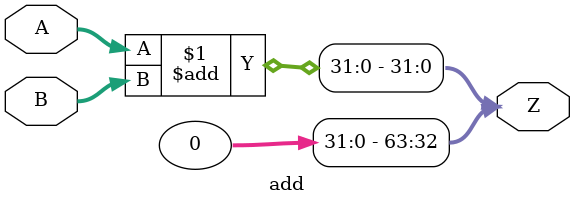
<source format=v>

module add(input [31:0] A, input [31:0] B, output [63:0] Z);
  assign Z = {{32{1'b0}}, (A + B)};
endmodule

</source>
